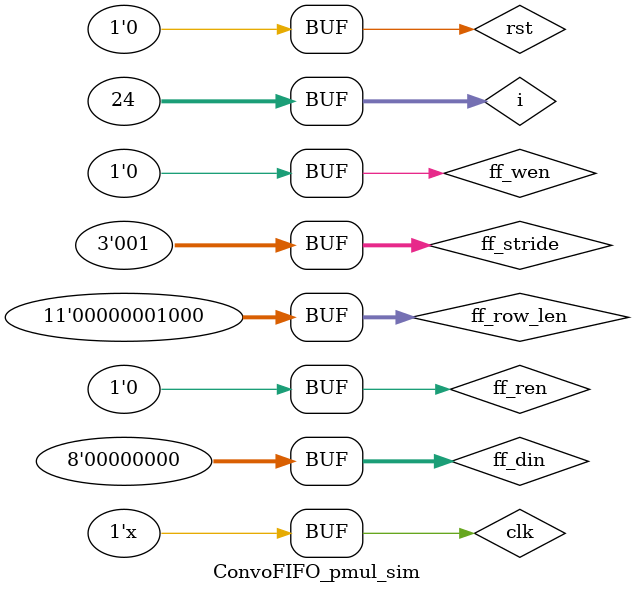
<source format=v>
`timescale 1ns / 1ps


module ConvoFIFO_pmul_sim(

    );
    parameter FF_WIDTH = 8;
    parameter FF_ADDR_BIT = 10;
    
    reg                               clk,rst;
    reg                               ff_ren,ff_wen;
    reg [FF_ADDR_BIT:0]               ff_row_len;
    reg [2:0]                         ff_stride;
    reg   [FF_WIDTH-1:0]              ff_din;
    
    wire  [3*FF_WIDTH-1:0]            ff_out2;
    wire  [3*FF_WIDTH-1:0]            ff_out1;
    wire  [3*FF_WIDTH-1:0]            ff_out0;
    wire                              ff_load_done;
    wire                              ff_empty;
    wire                              ff_full;
    wire [FF_ADDR_BIT:0]              ff_cnt;
    
    wire [FF_WIDTH-1:0]               entry;
    wire                              entry_vld;
    
    integer i;
    
    ConvoFIFO_pmul #(.FF_WIDTH(FF_WIDTH), .FF_ADDR_BIT(FF_ADDR_BIT))uut(
    clk,rst,
    
    ff_ren,
    ff_wen,
    ff_row_len,
    ff_stride,
    ff_din,
    ff_out2,ff_out1,ff_out0,
    
    ff_load_done,
    ff_empty, ff_full, ff_cnt,
    
    entry,
    entry_vld
        );
        
    always #10 clk = ~clk;
    
    initial begin // reset
        clk = 0;
        ff_ren = 0;
        ff_wen = 0;
        ff_row_len = 8;
        ff_stride = 1;
        ff_din = 0;
        rst = 1;
        #20;
        rst = 0;
    end
    
    initial begin
        #20;
        ff_wen <= 1;
        for(i=0;i<24;i=i+1) begin
            ff_din <= ff_din+1;
            #20;
        end
        ff_wen <= 0;
        
        #60;
        for(i=0;i<24;i=i+1) begin
            ff_ren <= 1;
            #10;
            ff_ren <= 0;
            #10;
        end
    end
endmodule

</source>
